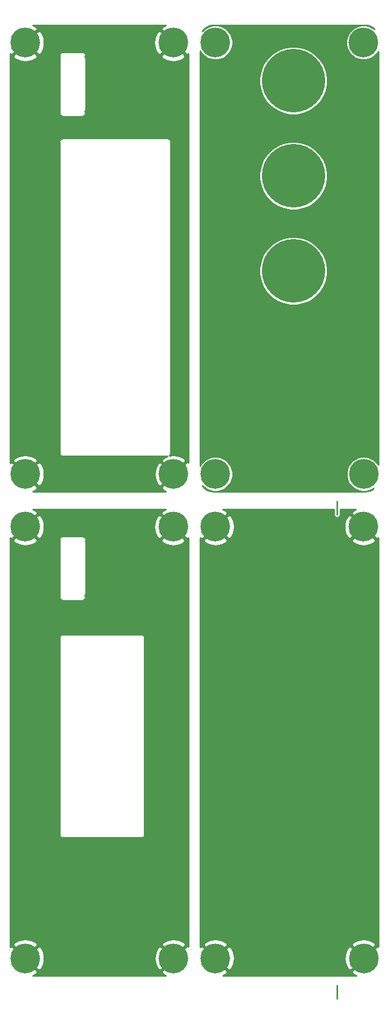
<source format=gbr>
G04 #@! TF.GenerationSoftware,KiCad,Pcbnew,(6.0.5)*
G04 #@! TF.CreationDate,2022-11-22T13:16:36+13:00*
G04 #@! TF.ProjectId,RGB-to-component-covers,5247422d-746f-42d6-936f-6d706f6e656e,rev?*
G04 #@! TF.SameCoordinates,Original*
G04 #@! TF.FileFunction,Copper,L2,Bot*
G04 #@! TF.FilePolarity,Positive*
%FSLAX46Y46*%
G04 Gerber Fmt 4.6, Leading zero omitted, Abs format (unit mm)*
G04 Created by KiCad (PCBNEW (6.0.5)) date 2022-11-22 13:16:36*
%MOMM*%
%LPD*%
G01*
G04 APERTURE LIST*
G04 #@! TA.AperFunction,ComponentPad*
%ADD10C,4.700000*%
G04 #@! TD*
G04 #@! TA.AperFunction,ViaPad*
%ADD11C,10.000000*%
G04 #@! TD*
G04 #@! TA.AperFunction,ViaPad*
%ADD12C,0.800000*%
G04 #@! TD*
G04 #@! TA.AperFunction,Conductor*
%ADD13C,0.250000*%
G04 #@! TD*
G04 #@! TA.AperFunction,Conductor*
%ADD14C,0.254000*%
G04 #@! TD*
G04 #@! TA.AperFunction,NonConductor*
%ADD15C,0.254000*%
G04 #@! TD*
G04 APERTURE END LIST*
D10*
X108800000Y-109000000D03*
X132150000Y-41000000D03*
X132200000Y-109000000D03*
X108800000Y-41000000D03*
X108800000Y-185300000D03*
X132150000Y-117300000D03*
X132200000Y-185300000D03*
X108800000Y-117300000D03*
X78800000Y-41000000D03*
X102200000Y-109000000D03*
X102150000Y-41000000D03*
X78800000Y-109000000D03*
X102200000Y-185300000D03*
X78800000Y-117300000D03*
X78800000Y-185300000D03*
X102150000Y-117300000D03*
D11*
X121100000Y-77000000D03*
X121100000Y-47000000D03*
X121100000Y-62000000D03*
D12*
X88500000Y-43300000D03*
X88500000Y-51900000D03*
X88500000Y-128200000D03*
X88600000Y-119600000D03*
D11*
X121100000Y-123300000D03*
X121100000Y-153300000D03*
X121100000Y-138300000D03*
X121100000Y-179900000D03*
X121100000Y-166900000D03*
D13*
X128000000Y-113300000D02*
X128000000Y-115400000D01*
X128000000Y-189600000D02*
X128000000Y-191700000D01*
D14*
X100491298Y-114800927D02*
X100233137Y-115203532D01*
X102150000Y-117120395D01*
X102164143Y-117106253D01*
X102343748Y-117285858D01*
X102329605Y-117300000D01*
X104246468Y-119216863D01*
X104498001Y-119055573D01*
X104498000Y-151280253D01*
X104498000Y-151280254D01*
X104498001Y-183512365D01*
X104296468Y-183383137D01*
X102379605Y-185300000D01*
X102393748Y-185314143D01*
X102214143Y-185493748D01*
X102200000Y-185479605D01*
X100283137Y-187396468D01*
X100541298Y-187799073D01*
X101010482Y-188048000D01*
X79992994Y-188048000D01*
X80458702Y-187799073D01*
X80716863Y-187396468D01*
X78800000Y-185479605D01*
X78785858Y-185493748D01*
X78606253Y-185314143D01*
X78620395Y-185300000D01*
X78979605Y-185300000D01*
X80896468Y-187216863D01*
X81299073Y-186958702D01*
X81574651Y-186439285D01*
X81743601Y-185876087D01*
X81797665Y-185309250D01*
X99200570Y-185309250D01*
X99260008Y-185894233D01*
X99432429Y-186456379D01*
X99700927Y-186958702D01*
X100103532Y-187216863D01*
X102020395Y-185300000D01*
X100103532Y-183383137D01*
X99700927Y-183641298D01*
X99425349Y-184160715D01*
X99256399Y-184723913D01*
X99200570Y-185309250D01*
X81797665Y-185309250D01*
X81799430Y-185290750D01*
X81739992Y-184705767D01*
X81567571Y-184143621D01*
X81299073Y-183641298D01*
X80896468Y-183383137D01*
X78979605Y-185300000D01*
X78620395Y-185300000D01*
X76703532Y-183383137D01*
X76402000Y-183576487D01*
X76402000Y-183203532D01*
X76883137Y-183203532D01*
X78800000Y-185120395D01*
X80716863Y-183203532D01*
X100283137Y-183203532D01*
X102200000Y-185120395D01*
X104116863Y-183203532D01*
X103858702Y-182800927D01*
X103339285Y-182525349D01*
X102776087Y-182356399D01*
X102190750Y-182300570D01*
X101605767Y-182360008D01*
X101043621Y-182532429D01*
X100541298Y-182800927D01*
X100283137Y-183203532D01*
X80716863Y-183203532D01*
X80458702Y-182800927D01*
X79939285Y-182525349D01*
X79376087Y-182356399D01*
X78790750Y-182300570D01*
X78205767Y-182360008D01*
X77643621Y-182532429D01*
X77141298Y-182800927D01*
X76883137Y-183203532D01*
X76402000Y-183203532D01*
X76402000Y-134700000D01*
X84196055Y-134700000D01*
X84198001Y-134719757D01*
X84198000Y-165880253D01*
X84196055Y-165900000D01*
X84203817Y-165978806D01*
X84226803Y-166054583D01*
X84264132Y-166124420D01*
X84314368Y-166185632D01*
X84375580Y-166235868D01*
X84445417Y-166273197D01*
X84521194Y-166296183D01*
X84600000Y-166303945D01*
X84619747Y-166302000D01*
X97180253Y-166302000D01*
X97200000Y-166303945D01*
X97219747Y-166302000D01*
X97278806Y-166296183D01*
X97354583Y-166273197D01*
X97424420Y-166235868D01*
X97485632Y-166185632D01*
X97535868Y-166124420D01*
X97573197Y-166054583D01*
X97596183Y-165978806D01*
X97603945Y-165900000D01*
X97602000Y-165880253D01*
X97602000Y-134719747D01*
X97603945Y-134700000D01*
X97596183Y-134621194D01*
X97573197Y-134545417D01*
X97535868Y-134475580D01*
X97485632Y-134414368D01*
X97424420Y-134364132D01*
X97354583Y-134326803D01*
X97278806Y-134303817D01*
X97219747Y-134298000D01*
X97200000Y-134296055D01*
X97180253Y-134298000D01*
X84619747Y-134298000D01*
X84600000Y-134296055D01*
X84580253Y-134298000D01*
X84521194Y-134303817D01*
X84445417Y-134326803D01*
X84375580Y-134364132D01*
X84314368Y-134414368D01*
X84264132Y-134475580D01*
X84226803Y-134545417D01*
X84203817Y-134621194D01*
X84196055Y-134700000D01*
X76402000Y-134700000D01*
X76402000Y-119396468D01*
X76883137Y-119396468D01*
X77141298Y-119799073D01*
X77660715Y-120074651D01*
X78223913Y-120243601D01*
X78809250Y-120299430D01*
X79394233Y-120239992D01*
X79956379Y-120067571D01*
X80458702Y-119799073D01*
X80716863Y-119396468D01*
X80620395Y-119300000D01*
X84170935Y-119300000D01*
X84173001Y-119320977D01*
X84173000Y-128379033D01*
X84170935Y-128400000D01*
X84173000Y-128420967D01*
X84173000Y-128420977D01*
X84179178Y-128483706D01*
X84203595Y-128564195D01*
X84222052Y-128598726D01*
X84243245Y-128638376D01*
X84283232Y-128687100D01*
X84296605Y-128703395D01*
X84312899Y-128716767D01*
X84383235Y-128787104D01*
X84396605Y-128803395D01*
X84412895Y-128816764D01*
X84412899Y-128816768D01*
X84461624Y-128856755D01*
X84535804Y-128896405D01*
X84616293Y-128920822D01*
X84679022Y-128927000D01*
X84679034Y-128927000D01*
X84699999Y-128929065D01*
X84720964Y-128927000D01*
X87779033Y-128927000D01*
X87800000Y-128929065D01*
X87820967Y-128927000D01*
X87820978Y-128927000D01*
X87883707Y-128920822D01*
X87964196Y-128896405D01*
X88038376Y-128856755D01*
X88103395Y-128803395D01*
X88116767Y-128787101D01*
X88187104Y-128716765D01*
X88203395Y-128703395D01*
X88216764Y-128687105D01*
X88216768Y-128687101D01*
X88256755Y-128638376D01*
X88256756Y-128638375D01*
X88296405Y-128564196D01*
X88320822Y-128483707D01*
X88327000Y-128420978D01*
X88327000Y-128420966D01*
X88329065Y-128400001D01*
X88327000Y-128379036D01*
X88327000Y-119396468D01*
X100233137Y-119396468D01*
X100491298Y-119799073D01*
X101010715Y-120074651D01*
X101573913Y-120243601D01*
X102159250Y-120299430D01*
X102744233Y-120239992D01*
X103306379Y-120067571D01*
X103808702Y-119799073D01*
X104066863Y-119396468D01*
X102150000Y-117479605D01*
X100233137Y-119396468D01*
X88327000Y-119396468D01*
X88327000Y-119320964D01*
X88329065Y-119299999D01*
X88327000Y-119279034D01*
X88327000Y-119279022D01*
X88320822Y-119216293D01*
X88296405Y-119135804D01*
X88256755Y-119061624D01*
X88235565Y-119035804D01*
X88216768Y-119012899D01*
X88216764Y-119012895D01*
X88203395Y-118996605D01*
X88187105Y-118983236D01*
X88116767Y-118912899D01*
X88103395Y-118896605D01*
X88038376Y-118843245D01*
X87964196Y-118803595D01*
X87883707Y-118779178D01*
X87820978Y-118773000D01*
X87820967Y-118773000D01*
X87800000Y-118770935D01*
X87779033Y-118773000D01*
X84720964Y-118773000D01*
X84699999Y-118770935D01*
X84679034Y-118773000D01*
X84679022Y-118773000D01*
X84616293Y-118779178D01*
X84535804Y-118803595D01*
X84461624Y-118843245D01*
X84412899Y-118883232D01*
X84412895Y-118883236D01*
X84396605Y-118896605D01*
X84383235Y-118912896D01*
X84312894Y-118983237D01*
X84296606Y-118996605D01*
X84283237Y-119012895D01*
X84283232Y-119012900D01*
X84243245Y-119061624D01*
X84214025Y-119116293D01*
X84203596Y-119135804D01*
X84184122Y-119200001D01*
X84179179Y-119216294D01*
X84170935Y-119300000D01*
X80620395Y-119300000D01*
X78800000Y-117479605D01*
X76883137Y-119396468D01*
X76402000Y-119396468D01*
X76402000Y-119023513D01*
X76703532Y-119216863D01*
X78620395Y-117300000D01*
X78979605Y-117300000D01*
X80896468Y-119216863D01*
X81299073Y-118958702D01*
X81574651Y-118439285D01*
X81743601Y-117876087D01*
X81797665Y-117309250D01*
X99150570Y-117309250D01*
X99210008Y-117894233D01*
X99382429Y-118456379D01*
X99650927Y-118958702D01*
X100053532Y-119216863D01*
X101970395Y-117300000D01*
X100053532Y-115383137D01*
X99650927Y-115641298D01*
X99375349Y-116160715D01*
X99206399Y-116723913D01*
X99150570Y-117309250D01*
X81797665Y-117309250D01*
X81799430Y-117290750D01*
X81739992Y-116705767D01*
X81567571Y-116143621D01*
X81299073Y-115641298D01*
X80896468Y-115383137D01*
X78979605Y-117300000D01*
X78620395Y-117300000D01*
X78606253Y-117285858D01*
X78785858Y-117106253D01*
X78800000Y-117120395D01*
X80716863Y-115203532D01*
X80458702Y-114800927D01*
X79989518Y-114552000D01*
X100957006Y-114552000D01*
X100491298Y-114800927D01*
X100491298Y-114800927D02*
X100957006Y-114552000D01*
G04 #@! TA.AperFunction,Conductor*
G36*
X100491298Y-114800927D02*
G01*
X100233137Y-115203532D01*
X102150000Y-117120395D01*
X102164143Y-117106253D01*
X102343748Y-117285858D01*
X102329605Y-117300000D01*
X104246468Y-119216863D01*
X104498001Y-119055573D01*
X104498000Y-151280253D01*
X104498000Y-151280254D01*
X104498001Y-183512365D01*
X104296468Y-183383137D01*
X102379605Y-185300000D01*
X102393748Y-185314143D01*
X102214143Y-185493748D01*
X102200000Y-185479605D01*
X100283137Y-187396468D01*
X100541298Y-187799073D01*
X101010482Y-188048000D01*
X79992994Y-188048000D01*
X80458702Y-187799073D01*
X80716863Y-187396468D01*
X78800000Y-185479605D01*
X78785858Y-185493748D01*
X78606253Y-185314143D01*
X78620395Y-185300000D01*
X78979605Y-185300000D01*
X80896468Y-187216863D01*
X81299073Y-186958702D01*
X81574651Y-186439285D01*
X81743601Y-185876087D01*
X81797665Y-185309250D01*
X99200570Y-185309250D01*
X99260008Y-185894233D01*
X99432429Y-186456379D01*
X99700927Y-186958702D01*
X100103532Y-187216863D01*
X102020395Y-185300000D01*
X100103532Y-183383137D01*
X99700927Y-183641298D01*
X99425349Y-184160715D01*
X99256399Y-184723913D01*
X99200570Y-185309250D01*
X81797665Y-185309250D01*
X81799430Y-185290750D01*
X81739992Y-184705767D01*
X81567571Y-184143621D01*
X81299073Y-183641298D01*
X80896468Y-183383137D01*
X78979605Y-185300000D01*
X78620395Y-185300000D01*
X76703532Y-183383137D01*
X76402000Y-183576487D01*
X76402000Y-183203532D01*
X76883137Y-183203532D01*
X78800000Y-185120395D01*
X80716863Y-183203532D01*
X100283137Y-183203532D01*
X102200000Y-185120395D01*
X104116863Y-183203532D01*
X103858702Y-182800927D01*
X103339285Y-182525349D01*
X102776087Y-182356399D01*
X102190750Y-182300570D01*
X101605767Y-182360008D01*
X101043621Y-182532429D01*
X100541298Y-182800927D01*
X100283137Y-183203532D01*
X80716863Y-183203532D01*
X80458702Y-182800927D01*
X79939285Y-182525349D01*
X79376087Y-182356399D01*
X78790750Y-182300570D01*
X78205767Y-182360008D01*
X77643621Y-182532429D01*
X77141298Y-182800927D01*
X76883137Y-183203532D01*
X76402000Y-183203532D01*
X76402000Y-134700000D01*
X84196055Y-134700000D01*
X84198001Y-134719757D01*
X84198000Y-165880253D01*
X84196055Y-165900000D01*
X84203817Y-165978806D01*
X84226803Y-166054583D01*
X84264132Y-166124420D01*
X84314368Y-166185632D01*
X84375580Y-166235868D01*
X84445417Y-166273197D01*
X84521194Y-166296183D01*
X84600000Y-166303945D01*
X84619747Y-166302000D01*
X97180253Y-166302000D01*
X97200000Y-166303945D01*
X97219747Y-166302000D01*
X97278806Y-166296183D01*
X97354583Y-166273197D01*
X97424420Y-166235868D01*
X97485632Y-166185632D01*
X97535868Y-166124420D01*
X97573197Y-166054583D01*
X97596183Y-165978806D01*
X97603945Y-165900000D01*
X97602000Y-165880253D01*
X97602000Y-134719747D01*
X97603945Y-134700000D01*
X97596183Y-134621194D01*
X97573197Y-134545417D01*
X97535868Y-134475580D01*
X97485632Y-134414368D01*
X97424420Y-134364132D01*
X97354583Y-134326803D01*
X97278806Y-134303817D01*
X97219747Y-134298000D01*
X97200000Y-134296055D01*
X97180253Y-134298000D01*
X84619747Y-134298000D01*
X84600000Y-134296055D01*
X84580253Y-134298000D01*
X84521194Y-134303817D01*
X84445417Y-134326803D01*
X84375580Y-134364132D01*
X84314368Y-134414368D01*
X84264132Y-134475580D01*
X84226803Y-134545417D01*
X84203817Y-134621194D01*
X84196055Y-134700000D01*
X76402000Y-134700000D01*
X76402000Y-119396468D01*
X76883137Y-119396468D01*
X77141298Y-119799073D01*
X77660715Y-120074651D01*
X78223913Y-120243601D01*
X78809250Y-120299430D01*
X79394233Y-120239992D01*
X79956379Y-120067571D01*
X80458702Y-119799073D01*
X80716863Y-119396468D01*
X80620395Y-119300000D01*
X84170935Y-119300000D01*
X84173001Y-119320977D01*
X84173000Y-128379033D01*
X84170935Y-128400000D01*
X84173000Y-128420967D01*
X84173000Y-128420977D01*
X84179178Y-128483706D01*
X84203595Y-128564195D01*
X84222052Y-128598726D01*
X84243245Y-128638376D01*
X84283232Y-128687100D01*
X84296605Y-128703395D01*
X84312899Y-128716767D01*
X84383235Y-128787104D01*
X84396605Y-128803395D01*
X84412895Y-128816764D01*
X84412899Y-128816768D01*
X84461624Y-128856755D01*
X84535804Y-128896405D01*
X84616293Y-128920822D01*
X84679022Y-128927000D01*
X84679034Y-128927000D01*
X84699999Y-128929065D01*
X84720964Y-128927000D01*
X87779033Y-128927000D01*
X87800000Y-128929065D01*
X87820967Y-128927000D01*
X87820978Y-128927000D01*
X87883707Y-128920822D01*
X87964196Y-128896405D01*
X88038376Y-128856755D01*
X88103395Y-128803395D01*
X88116767Y-128787101D01*
X88187104Y-128716765D01*
X88203395Y-128703395D01*
X88216764Y-128687105D01*
X88216768Y-128687101D01*
X88256755Y-128638376D01*
X88256756Y-128638375D01*
X88296405Y-128564196D01*
X88320822Y-128483707D01*
X88327000Y-128420978D01*
X88327000Y-128420966D01*
X88329065Y-128400001D01*
X88327000Y-128379036D01*
X88327000Y-119396468D01*
X100233137Y-119396468D01*
X100491298Y-119799073D01*
X101010715Y-120074651D01*
X101573913Y-120243601D01*
X102159250Y-120299430D01*
X102744233Y-120239992D01*
X103306379Y-120067571D01*
X103808702Y-119799073D01*
X104066863Y-119396468D01*
X102150000Y-117479605D01*
X100233137Y-119396468D01*
X88327000Y-119396468D01*
X88327000Y-119320964D01*
X88329065Y-119299999D01*
X88327000Y-119279034D01*
X88327000Y-119279022D01*
X88320822Y-119216293D01*
X88296405Y-119135804D01*
X88256755Y-119061624D01*
X88235565Y-119035804D01*
X88216768Y-119012899D01*
X88216764Y-119012895D01*
X88203395Y-118996605D01*
X88187105Y-118983236D01*
X88116767Y-118912899D01*
X88103395Y-118896605D01*
X88038376Y-118843245D01*
X87964196Y-118803595D01*
X87883707Y-118779178D01*
X87820978Y-118773000D01*
X87820967Y-118773000D01*
X87800000Y-118770935D01*
X87779033Y-118773000D01*
X84720964Y-118773000D01*
X84699999Y-118770935D01*
X84679034Y-118773000D01*
X84679022Y-118773000D01*
X84616293Y-118779178D01*
X84535804Y-118803595D01*
X84461624Y-118843245D01*
X84412899Y-118883232D01*
X84412895Y-118883236D01*
X84396605Y-118896605D01*
X84383235Y-118912896D01*
X84312894Y-118983237D01*
X84296606Y-118996605D01*
X84283237Y-119012895D01*
X84283232Y-119012900D01*
X84243245Y-119061624D01*
X84214025Y-119116293D01*
X84203596Y-119135804D01*
X84184122Y-119200001D01*
X84179179Y-119216294D01*
X84170935Y-119300000D01*
X80620395Y-119300000D01*
X78800000Y-117479605D01*
X76883137Y-119396468D01*
X76402000Y-119396468D01*
X76402000Y-119023513D01*
X76703532Y-119216863D01*
X78620395Y-117300000D01*
X78979605Y-117300000D01*
X80896468Y-119216863D01*
X81299073Y-118958702D01*
X81574651Y-118439285D01*
X81743601Y-117876087D01*
X81797665Y-117309250D01*
X99150570Y-117309250D01*
X99210008Y-117894233D01*
X99382429Y-118456379D01*
X99650927Y-118958702D01*
X100053532Y-119216863D01*
X101970395Y-117300000D01*
X100053532Y-115383137D01*
X99650927Y-115641298D01*
X99375349Y-116160715D01*
X99206399Y-116723913D01*
X99150570Y-117309250D01*
X81797665Y-117309250D01*
X81799430Y-117290750D01*
X81739992Y-116705767D01*
X81567571Y-116143621D01*
X81299073Y-115641298D01*
X80896468Y-115383137D01*
X78979605Y-117300000D01*
X78620395Y-117300000D01*
X78606253Y-117285858D01*
X78785858Y-117106253D01*
X78800000Y-117120395D01*
X80716863Y-115203532D01*
X80458702Y-114800927D01*
X79989518Y-114552000D01*
X100957006Y-114552000D01*
X100491298Y-114800927D01*
G37*
G04 #@! TD.AperFunction*
X100491298Y-38500927D02*
X100233137Y-38903532D01*
X102150000Y-40820395D01*
X102164143Y-40806253D01*
X102343748Y-40985858D01*
X102329605Y-41000000D01*
X104246468Y-42916863D01*
X104498001Y-42755573D01*
X104498000Y-74980253D01*
X104498000Y-74980254D01*
X104498001Y-107212365D01*
X104296468Y-107083137D01*
X102379605Y-109000000D01*
X102393748Y-109014143D01*
X102214143Y-109193748D01*
X102200000Y-109179605D01*
X100283137Y-111096468D01*
X100541298Y-111499073D01*
X101010482Y-111748000D01*
X79992994Y-111748000D01*
X80458702Y-111499073D01*
X80716863Y-111096468D01*
X78800000Y-109179605D01*
X78785858Y-109193748D01*
X78606253Y-109014143D01*
X78620395Y-109000000D01*
X78979605Y-109000000D01*
X80896468Y-110916863D01*
X81299073Y-110658702D01*
X81574651Y-110139285D01*
X81743601Y-109576087D01*
X81797665Y-109009250D01*
X99200570Y-109009250D01*
X99260008Y-109594233D01*
X99432429Y-110156379D01*
X99700927Y-110658702D01*
X100103532Y-110916863D01*
X102020395Y-109000000D01*
X100103532Y-107083137D01*
X99700927Y-107341298D01*
X99425349Y-107860715D01*
X99256399Y-108423913D01*
X99200570Y-109009250D01*
X81797665Y-109009250D01*
X81799430Y-108990750D01*
X81739992Y-108405767D01*
X81567571Y-107843621D01*
X81299073Y-107341298D01*
X80896468Y-107083137D01*
X78979605Y-109000000D01*
X78620395Y-109000000D01*
X76703532Y-107083137D01*
X76402000Y-107276487D01*
X76402000Y-106903532D01*
X76883137Y-106903532D01*
X78800000Y-108820395D01*
X80716863Y-106903532D01*
X80458702Y-106500927D01*
X79939285Y-106225349D01*
X79376087Y-106056399D01*
X78790750Y-106000570D01*
X78205767Y-106060008D01*
X77643621Y-106232429D01*
X77141298Y-106500927D01*
X76883137Y-106903532D01*
X76402000Y-106903532D01*
X76402000Y-56600000D01*
X84170935Y-56600000D01*
X84173001Y-56620977D01*
X84173000Y-105679033D01*
X84170935Y-105700000D01*
X84173000Y-105720967D01*
X84173000Y-105720977D01*
X84179178Y-105783706D01*
X84203595Y-105864195D01*
X84203596Y-105864196D01*
X84243245Y-105938376D01*
X84283232Y-105987100D01*
X84296605Y-106003395D01*
X84312900Y-106016768D01*
X84333232Y-106037100D01*
X84346605Y-106053395D01*
X84362900Y-106066768D01*
X84411624Y-106106756D01*
X84448714Y-106126580D01*
X84485804Y-106146405D01*
X84566293Y-106170822D01*
X84629022Y-106177000D01*
X84629033Y-106177000D01*
X84650000Y-106179065D01*
X84670967Y-106177000D01*
X101224337Y-106177000D01*
X101043621Y-106232429D01*
X100541298Y-106500927D01*
X100283137Y-106903532D01*
X102200000Y-108820395D01*
X104116863Y-106903532D01*
X103858702Y-106500927D01*
X103339285Y-106225349D01*
X102776087Y-106056399D01*
X102190750Y-106000570D01*
X101605767Y-106060008D01*
X101509274Y-106089604D01*
X101553395Y-106053395D01*
X101566768Y-106037100D01*
X101587100Y-106016768D01*
X101603395Y-106003395D01*
X101618027Y-105985566D01*
X101656756Y-105938376D01*
X101676580Y-105901286D01*
X101696405Y-105864196D01*
X101720822Y-105783707D01*
X101727000Y-105720978D01*
X101727000Y-105720967D01*
X101729065Y-105700000D01*
X101727000Y-105679033D01*
X101727000Y-56570967D01*
X101729065Y-56550000D01*
X101727000Y-56529033D01*
X101727000Y-56529022D01*
X101720822Y-56466293D01*
X101696405Y-56385804D01*
X101676580Y-56348714D01*
X101656756Y-56311624D01*
X101616768Y-56262900D01*
X101603395Y-56246605D01*
X101587101Y-56233233D01*
X101566768Y-56212900D01*
X101553395Y-56196605D01*
X101488376Y-56143245D01*
X101414196Y-56103595D01*
X101333707Y-56079178D01*
X101270978Y-56073000D01*
X101270967Y-56073000D01*
X101250000Y-56070935D01*
X101229033Y-56073000D01*
X84720964Y-56073000D01*
X84699999Y-56070935D01*
X84679034Y-56073000D01*
X84679022Y-56073000D01*
X84616293Y-56079178D01*
X84535804Y-56103595D01*
X84487942Y-56129178D01*
X84461624Y-56143245D01*
X84412899Y-56183232D01*
X84412895Y-56183236D01*
X84396605Y-56196605D01*
X84383235Y-56212896D01*
X84312894Y-56283237D01*
X84296606Y-56296605D01*
X84283237Y-56312895D01*
X84283232Y-56312900D01*
X84243245Y-56361624D01*
X84214025Y-56416293D01*
X84203596Y-56435804D01*
X84184122Y-56500001D01*
X84179179Y-56516294D01*
X84170935Y-56600000D01*
X76402000Y-56600000D01*
X76402000Y-43096468D01*
X76883137Y-43096468D01*
X77141298Y-43499073D01*
X77660715Y-43774651D01*
X78223913Y-43943601D01*
X78809250Y-43999430D01*
X79394233Y-43939992D01*
X79956379Y-43767571D01*
X80458702Y-43499073D01*
X80716863Y-43096468D01*
X80620395Y-43000000D01*
X84170935Y-43000000D01*
X84173001Y-43020977D01*
X84173000Y-52079033D01*
X84170935Y-52100000D01*
X84173000Y-52120967D01*
X84173000Y-52120977D01*
X84179178Y-52183706D01*
X84203595Y-52264195D01*
X84222052Y-52298726D01*
X84243245Y-52338376D01*
X84283232Y-52387100D01*
X84296605Y-52403395D01*
X84312899Y-52416767D01*
X84383235Y-52487104D01*
X84396605Y-52503395D01*
X84412895Y-52516764D01*
X84412899Y-52516768D01*
X84461624Y-52556755D01*
X84535804Y-52596405D01*
X84616293Y-52620822D01*
X84679022Y-52627000D01*
X84679034Y-52627000D01*
X84699999Y-52629065D01*
X84720964Y-52627000D01*
X87779033Y-52627000D01*
X87800000Y-52629065D01*
X87820967Y-52627000D01*
X87820978Y-52627000D01*
X87883707Y-52620822D01*
X87964196Y-52596405D01*
X88038376Y-52556755D01*
X88103395Y-52503395D01*
X88116767Y-52487101D01*
X88187104Y-52416765D01*
X88203395Y-52403395D01*
X88216764Y-52387105D01*
X88216768Y-52387101D01*
X88256755Y-52338376D01*
X88256756Y-52338375D01*
X88296405Y-52264196D01*
X88320822Y-52183707D01*
X88327000Y-52120978D01*
X88327000Y-52120966D01*
X88329065Y-52100001D01*
X88327000Y-52079036D01*
X88327000Y-43096468D01*
X100233137Y-43096468D01*
X100491298Y-43499073D01*
X101010715Y-43774651D01*
X101573913Y-43943601D01*
X102159250Y-43999430D01*
X102744233Y-43939992D01*
X103306379Y-43767571D01*
X103808702Y-43499073D01*
X104066863Y-43096468D01*
X102150000Y-41179605D01*
X100233137Y-43096468D01*
X88327000Y-43096468D01*
X88327000Y-43020964D01*
X88329065Y-42999999D01*
X88327000Y-42979034D01*
X88327000Y-42979022D01*
X88320822Y-42916293D01*
X88296405Y-42835804D01*
X88256755Y-42761624D01*
X88235565Y-42735804D01*
X88216768Y-42712899D01*
X88216764Y-42712895D01*
X88203395Y-42696605D01*
X88187105Y-42683236D01*
X88116767Y-42612899D01*
X88103395Y-42596605D01*
X88038376Y-42543245D01*
X87964196Y-42503595D01*
X87883707Y-42479178D01*
X87820978Y-42473000D01*
X87820967Y-42473000D01*
X87800000Y-42470935D01*
X87779033Y-42473000D01*
X84720964Y-42473000D01*
X84699999Y-42470935D01*
X84679034Y-42473000D01*
X84679022Y-42473000D01*
X84616293Y-42479178D01*
X84535804Y-42503595D01*
X84461624Y-42543245D01*
X84412899Y-42583232D01*
X84412895Y-42583236D01*
X84396605Y-42596605D01*
X84383235Y-42612896D01*
X84312894Y-42683237D01*
X84296606Y-42696605D01*
X84283237Y-42712895D01*
X84283232Y-42712900D01*
X84243245Y-42761624D01*
X84214025Y-42816293D01*
X84203596Y-42835804D01*
X84184122Y-42900001D01*
X84179179Y-42916294D01*
X84170935Y-43000000D01*
X80620395Y-43000000D01*
X78800000Y-41179605D01*
X76883137Y-43096468D01*
X76402000Y-43096468D01*
X76402000Y-42723513D01*
X76703532Y-42916863D01*
X78620395Y-41000000D01*
X78979605Y-41000000D01*
X80896468Y-42916863D01*
X81299073Y-42658702D01*
X81574651Y-42139285D01*
X81743601Y-41576087D01*
X81797665Y-41009250D01*
X99150570Y-41009250D01*
X99210008Y-41594233D01*
X99382429Y-42156379D01*
X99650927Y-42658702D01*
X100053532Y-42916863D01*
X101970395Y-41000000D01*
X100053532Y-39083137D01*
X99650927Y-39341298D01*
X99375349Y-39860715D01*
X99206399Y-40423913D01*
X99150570Y-41009250D01*
X81797665Y-41009250D01*
X81799430Y-40990750D01*
X81739992Y-40405767D01*
X81567571Y-39843621D01*
X81299073Y-39341298D01*
X80896468Y-39083137D01*
X78979605Y-41000000D01*
X78620395Y-41000000D01*
X78606253Y-40985858D01*
X78785858Y-40806253D01*
X78800000Y-40820395D01*
X80716863Y-38903532D01*
X80458702Y-38500927D01*
X79989518Y-38252000D01*
X100957006Y-38252000D01*
X100491298Y-38500927D01*
X100491298Y-38500927D02*
X100957006Y-38252000D01*
G04 #@! TA.AperFunction,Conductor*
G36*
X100491298Y-38500927D02*
G01*
X100233137Y-38903532D01*
X102150000Y-40820395D01*
X102164143Y-40806253D01*
X102343748Y-40985858D01*
X102329605Y-41000000D01*
X104246468Y-42916863D01*
X104498001Y-42755573D01*
X104498000Y-74980253D01*
X104498000Y-74980254D01*
X104498001Y-107212365D01*
X104296468Y-107083137D01*
X102379605Y-109000000D01*
X102393748Y-109014143D01*
X102214143Y-109193748D01*
X102200000Y-109179605D01*
X100283137Y-111096468D01*
X100541298Y-111499073D01*
X101010482Y-111748000D01*
X79992994Y-111748000D01*
X80458702Y-111499073D01*
X80716863Y-111096468D01*
X78800000Y-109179605D01*
X78785858Y-109193748D01*
X78606253Y-109014143D01*
X78620395Y-109000000D01*
X78979605Y-109000000D01*
X80896468Y-110916863D01*
X81299073Y-110658702D01*
X81574651Y-110139285D01*
X81743601Y-109576087D01*
X81797665Y-109009250D01*
X99200570Y-109009250D01*
X99260008Y-109594233D01*
X99432429Y-110156379D01*
X99700927Y-110658702D01*
X100103532Y-110916863D01*
X102020395Y-109000000D01*
X100103532Y-107083137D01*
X99700927Y-107341298D01*
X99425349Y-107860715D01*
X99256399Y-108423913D01*
X99200570Y-109009250D01*
X81797665Y-109009250D01*
X81799430Y-108990750D01*
X81739992Y-108405767D01*
X81567571Y-107843621D01*
X81299073Y-107341298D01*
X80896468Y-107083137D01*
X78979605Y-109000000D01*
X78620395Y-109000000D01*
X76703532Y-107083137D01*
X76402000Y-107276487D01*
X76402000Y-106903532D01*
X76883137Y-106903532D01*
X78800000Y-108820395D01*
X80716863Y-106903532D01*
X80458702Y-106500927D01*
X79939285Y-106225349D01*
X79376087Y-106056399D01*
X78790750Y-106000570D01*
X78205767Y-106060008D01*
X77643621Y-106232429D01*
X77141298Y-106500927D01*
X76883137Y-106903532D01*
X76402000Y-106903532D01*
X76402000Y-56600000D01*
X84170935Y-56600000D01*
X84173001Y-56620977D01*
X84173000Y-105679033D01*
X84170935Y-105700000D01*
X84173000Y-105720967D01*
X84173000Y-105720977D01*
X84179178Y-105783706D01*
X84203595Y-105864195D01*
X84203596Y-105864196D01*
X84243245Y-105938376D01*
X84283232Y-105987100D01*
X84296605Y-106003395D01*
X84312900Y-106016768D01*
X84333232Y-106037100D01*
X84346605Y-106053395D01*
X84362900Y-106066768D01*
X84411624Y-106106756D01*
X84448714Y-106126580D01*
X84485804Y-106146405D01*
X84566293Y-106170822D01*
X84629022Y-106177000D01*
X84629033Y-106177000D01*
X84650000Y-106179065D01*
X84670967Y-106177000D01*
X101224337Y-106177000D01*
X101043621Y-106232429D01*
X100541298Y-106500927D01*
X100283137Y-106903532D01*
X102200000Y-108820395D01*
X104116863Y-106903532D01*
X103858702Y-106500927D01*
X103339285Y-106225349D01*
X102776087Y-106056399D01*
X102190750Y-106000570D01*
X101605767Y-106060008D01*
X101509274Y-106089604D01*
X101553395Y-106053395D01*
X101566768Y-106037100D01*
X101587100Y-106016768D01*
X101603395Y-106003395D01*
X101618027Y-105985566D01*
X101656756Y-105938376D01*
X101676580Y-105901286D01*
X101696405Y-105864196D01*
X101720822Y-105783707D01*
X101727000Y-105720978D01*
X101727000Y-105720967D01*
X101729065Y-105700000D01*
X101727000Y-105679033D01*
X101727000Y-56570967D01*
X101729065Y-56550000D01*
X101727000Y-56529033D01*
X101727000Y-56529022D01*
X101720822Y-56466293D01*
X101696405Y-56385804D01*
X101676580Y-56348714D01*
X101656756Y-56311624D01*
X101616768Y-56262900D01*
X101603395Y-56246605D01*
X101587101Y-56233233D01*
X101566768Y-56212900D01*
X101553395Y-56196605D01*
X101488376Y-56143245D01*
X101414196Y-56103595D01*
X101333707Y-56079178D01*
X101270978Y-56073000D01*
X101270967Y-56073000D01*
X101250000Y-56070935D01*
X101229033Y-56073000D01*
X84720964Y-56073000D01*
X84699999Y-56070935D01*
X84679034Y-56073000D01*
X84679022Y-56073000D01*
X84616293Y-56079178D01*
X84535804Y-56103595D01*
X84487942Y-56129178D01*
X84461624Y-56143245D01*
X84412899Y-56183232D01*
X84412895Y-56183236D01*
X84396605Y-56196605D01*
X84383235Y-56212896D01*
X84312894Y-56283237D01*
X84296606Y-56296605D01*
X84283237Y-56312895D01*
X84283232Y-56312900D01*
X84243245Y-56361624D01*
X84214025Y-56416293D01*
X84203596Y-56435804D01*
X84184122Y-56500001D01*
X84179179Y-56516294D01*
X84170935Y-56600000D01*
X76402000Y-56600000D01*
X76402000Y-43096468D01*
X76883137Y-43096468D01*
X77141298Y-43499073D01*
X77660715Y-43774651D01*
X78223913Y-43943601D01*
X78809250Y-43999430D01*
X79394233Y-43939992D01*
X79956379Y-43767571D01*
X80458702Y-43499073D01*
X80716863Y-43096468D01*
X80620395Y-43000000D01*
X84170935Y-43000000D01*
X84173001Y-43020977D01*
X84173000Y-52079033D01*
X84170935Y-52100000D01*
X84173000Y-52120967D01*
X84173000Y-52120977D01*
X84179178Y-52183706D01*
X84203595Y-52264195D01*
X84222052Y-52298726D01*
X84243245Y-52338376D01*
X84283232Y-52387100D01*
X84296605Y-52403395D01*
X84312899Y-52416767D01*
X84383235Y-52487104D01*
X84396605Y-52503395D01*
X84412895Y-52516764D01*
X84412899Y-52516768D01*
X84461624Y-52556755D01*
X84535804Y-52596405D01*
X84616293Y-52620822D01*
X84679022Y-52627000D01*
X84679034Y-52627000D01*
X84699999Y-52629065D01*
X84720964Y-52627000D01*
X87779033Y-52627000D01*
X87800000Y-52629065D01*
X87820967Y-52627000D01*
X87820978Y-52627000D01*
X87883707Y-52620822D01*
X87964196Y-52596405D01*
X88038376Y-52556755D01*
X88103395Y-52503395D01*
X88116767Y-52487101D01*
X88187104Y-52416765D01*
X88203395Y-52403395D01*
X88216764Y-52387105D01*
X88216768Y-52387101D01*
X88256755Y-52338376D01*
X88256756Y-52338375D01*
X88296405Y-52264196D01*
X88320822Y-52183707D01*
X88327000Y-52120978D01*
X88327000Y-52120966D01*
X88329065Y-52100001D01*
X88327000Y-52079036D01*
X88327000Y-43096468D01*
X100233137Y-43096468D01*
X100491298Y-43499073D01*
X101010715Y-43774651D01*
X101573913Y-43943601D01*
X102159250Y-43999430D01*
X102744233Y-43939992D01*
X103306379Y-43767571D01*
X103808702Y-43499073D01*
X104066863Y-43096468D01*
X102150000Y-41179605D01*
X100233137Y-43096468D01*
X88327000Y-43096468D01*
X88327000Y-43020964D01*
X88329065Y-42999999D01*
X88327000Y-42979034D01*
X88327000Y-42979022D01*
X88320822Y-42916293D01*
X88296405Y-42835804D01*
X88256755Y-42761624D01*
X88235565Y-42735804D01*
X88216768Y-42712899D01*
X88216764Y-42712895D01*
X88203395Y-42696605D01*
X88187105Y-42683236D01*
X88116767Y-42612899D01*
X88103395Y-42596605D01*
X88038376Y-42543245D01*
X87964196Y-42503595D01*
X87883707Y-42479178D01*
X87820978Y-42473000D01*
X87820967Y-42473000D01*
X87800000Y-42470935D01*
X87779033Y-42473000D01*
X84720964Y-42473000D01*
X84699999Y-42470935D01*
X84679034Y-42473000D01*
X84679022Y-42473000D01*
X84616293Y-42479178D01*
X84535804Y-42503595D01*
X84461624Y-42543245D01*
X84412899Y-42583232D01*
X84412895Y-42583236D01*
X84396605Y-42596605D01*
X84383235Y-42612896D01*
X84312894Y-42683237D01*
X84296606Y-42696605D01*
X84283237Y-42712895D01*
X84283232Y-42712900D01*
X84243245Y-42761624D01*
X84214025Y-42816293D01*
X84203596Y-42835804D01*
X84184122Y-42900001D01*
X84179179Y-42916294D01*
X84170935Y-43000000D01*
X80620395Y-43000000D01*
X78800000Y-41179605D01*
X76883137Y-43096468D01*
X76402000Y-43096468D01*
X76402000Y-42723513D01*
X76703532Y-42916863D01*
X78620395Y-41000000D01*
X78979605Y-41000000D01*
X80896468Y-42916863D01*
X81299073Y-42658702D01*
X81574651Y-42139285D01*
X81743601Y-41576087D01*
X81797665Y-41009250D01*
X99150570Y-41009250D01*
X99210008Y-41594233D01*
X99382429Y-42156379D01*
X99650927Y-42658702D01*
X100053532Y-42916863D01*
X101970395Y-41000000D01*
X100053532Y-39083137D01*
X99650927Y-39341298D01*
X99375349Y-39860715D01*
X99206399Y-40423913D01*
X99150570Y-41009250D01*
X81797665Y-41009250D01*
X81799430Y-40990750D01*
X81739992Y-40405767D01*
X81567571Y-39843621D01*
X81299073Y-39341298D01*
X80896468Y-39083137D01*
X78979605Y-41000000D01*
X78620395Y-41000000D01*
X78606253Y-40985858D01*
X78785858Y-40806253D01*
X78800000Y-40820395D01*
X80716863Y-38903532D01*
X80458702Y-38500927D01*
X79989518Y-38252000D01*
X100957006Y-38252000D01*
X100491298Y-38500927D01*
G37*
G04 #@! TD.AperFunction*
D15*
X132807129Y-38293847D02*
X133198748Y-38412084D01*
X133559947Y-38604136D01*
X133876963Y-38862687D01*
X133913920Y-38907360D01*
X133888361Y-38881801D01*
X133441719Y-38583364D01*
X132945437Y-38377797D01*
X132418586Y-38273000D01*
X131881414Y-38273000D01*
X131354563Y-38377797D01*
X130858281Y-38583364D01*
X130411639Y-38881801D01*
X130031801Y-39261639D01*
X129733364Y-39708281D01*
X129527797Y-40204563D01*
X129423000Y-40731414D01*
X129423000Y-41268586D01*
X129527797Y-41795437D01*
X129733364Y-42291719D01*
X130031801Y-42738361D01*
X130411639Y-43118199D01*
X130858281Y-43416636D01*
X131354563Y-43622203D01*
X131881414Y-43727000D01*
X132418586Y-43727000D01*
X132945437Y-43622203D01*
X133441719Y-43416636D01*
X133888361Y-43118199D01*
X134268199Y-42738361D01*
X134498001Y-42394439D01*
X134498000Y-74980253D01*
X134498000Y-74980254D01*
X134498001Y-107530731D01*
X134318199Y-107261639D01*
X133938361Y-106881801D01*
X133491719Y-106583364D01*
X132995437Y-106377797D01*
X132468586Y-106273000D01*
X131931414Y-106273000D01*
X131404563Y-106377797D01*
X130908281Y-106583364D01*
X130461639Y-106881801D01*
X130081801Y-107261639D01*
X129783364Y-107708281D01*
X129577797Y-108204563D01*
X129473000Y-108731414D01*
X129473000Y-109268586D01*
X129577797Y-109795437D01*
X129783364Y-110291719D01*
X130081801Y-110738361D01*
X130461639Y-111118199D01*
X130908281Y-111416636D01*
X131404563Y-111622203D01*
X131931414Y-111727000D01*
X132468586Y-111727000D01*
X132995437Y-111622203D01*
X133491719Y-111416636D01*
X133728001Y-111258757D01*
X133572109Y-111387722D01*
X133212260Y-111582292D01*
X132821475Y-111703260D01*
X132395803Y-111748000D01*
X108519657Y-111748000D01*
X108092874Y-111706154D01*
X107701252Y-111587916D01*
X107340052Y-111395863D01*
X107023035Y-111137311D01*
X106762278Y-110822109D01*
X106758427Y-110814987D01*
X107061639Y-111118199D01*
X107508281Y-111416636D01*
X108004563Y-111622203D01*
X108531414Y-111727000D01*
X109068586Y-111727000D01*
X109595437Y-111622203D01*
X110091719Y-111416636D01*
X110538361Y-111118199D01*
X110918199Y-110738361D01*
X111216636Y-110291719D01*
X111422203Y-109795437D01*
X111527000Y-109268586D01*
X111527000Y-108731414D01*
X111422203Y-108204563D01*
X111216636Y-107708281D01*
X110918199Y-107261639D01*
X110538361Y-106881801D01*
X110091719Y-106583364D01*
X109595437Y-106377797D01*
X109068586Y-106273000D01*
X108531414Y-106273000D01*
X108004563Y-106377797D01*
X107508281Y-106583364D01*
X107061639Y-106881801D01*
X106681801Y-107261639D01*
X106402000Y-107680390D01*
X106402000Y-76470412D01*
X115723000Y-76470412D01*
X115723000Y-77529588D01*
X115929635Y-78568413D01*
X116334964Y-79546965D01*
X116923411Y-80427638D01*
X117672362Y-81176589D01*
X118553035Y-81765036D01*
X119531587Y-82170365D01*
X120570412Y-82377000D01*
X121629588Y-82377000D01*
X122668413Y-82170365D01*
X123646965Y-81765036D01*
X124527638Y-81176589D01*
X125276589Y-80427638D01*
X125865036Y-79546965D01*
X126270365Y-78568413D01*
X126477000Y-77529588D01*
X126477000Y-76470412D01*
X126270365Y-75431587D01*
X125865036Y-74453035D01*
X125276589Y-73572362D01*
X124527638Y-72823411D01*
X123646965Y-72234964D01*
X122668413Y-71829635D01*
X121629588Y-71623000D01*
X120570412Y-71623000D01*
X119531587Y-71829635D01*
X118553035Y-72234964D01*
X117672362Y-72823411D01*
X116923411Y-73572362D01*
X116334964Y-74453035D01*
X115929635Y-75431587D01*
X115723000Y-76470412D01*
X106402000Y-76470412D01*
X106402000Y-61470412D01*
X115723000Y-61470412D01*
X115723000Y-62529588D01*
X115929635Y-63568413D01*
X116334964Y-64546965D01*
X116923411Y-65427638D01*
X117672362Y-66176589D01*
X118553035Y-66765036D01*
X119531587Y-67170365D01*
X120570412Y-67377000D01*
X121629588Y-67377000D01*
X122668413Y-67170365D01*
X123646965Y-66765036D01*
X124527638Y-66176589D01*
X125276589Y-65427638D01*
X125865036Y-64546965D01*
X126270365Y-63568413D01*
X126477000Y-62529588D01*
X126477000Y-61470412D01*
X126270365Y-60431587D01*
X125865036Y-59453035D01*
X125276589Y-58572362D01*
X124527638Y-57823411D01*
X123646965Y-57234964D01*
X122668413Y-56829635D01*
X121629588Y-56623000D01*
X120570412Y-56623000D01*
X119531587Y-56829635D01*
X118553035Y-57234964D01*
X117672362Y-57823411D01*
X116923411Y-58572362D01*
X116334964Y-59453035D01*
X115929635Y-60431587D01*
X115723000Y-61470412D01*
X106402000Y-61470412D01*
X106402000Y-46470412D01*
X115723000Y-46470412D01*
X115723000Y-47529588D01*
X115929635Y-48568413D01*
X116334964Y-49546965D01*
X116923411Y-50427638D01*
X117672362Y-51176589D01*
X118553035Y-51765036D01*
X119531587Y-52170365D01*
X120570412Y-52377000D01*
X121629588Y-52377000D01*
X122668413Y-52170365D01*
X123646965Y-51765036D01*
X124527638Y-51176589D01*
X125276589Y-50427638D01*
X125865036Y-49546965D01*
X126270365Y-48568413D01*
X126477000Y-47529588D01*
X126477000Y-46470412D01*
X126270365Y-45431587D01*
X125865036Y-44453035D01*
X125276589Y-43572362D01*
X124527638Y-42823411D01*
X123646965Y-42234964D01*
X122668413Y-41829635D01*
X121629588Y-41623000D01*
X120570412Y-41623000D01*
X119531587Y-41829635D01*
X118553035Y-42234964D01*
X117672362Y-42823411D01*
X116923411Y-43572362D01*
X116334964Y-44453035D01*
X115929635Y-45431587D01*
X115723000Y-46470412D01*
X106402000Y-46470412D01*
X106402000Y-42319610D01*
X106681801Y-42738361D01*
X107061639Y-43118199D01*
X107508281Y-43416636D01*
X108004563Y-43622203D01*
X108531414Y-43727000D01*
X109068586Y-43727000D01*
X109595437Y-43622203D01*
X110091719Y-43416636D01*
X110538361Y-43118199D01*
X110918199Y-42738361D01*
X111216636Y-42291719D01*
X111422203Y-41795437D01*
X111527000Y-41268586D01*
X111527000Y-40731414D01*
X111422203Y-40204563D01*
X111216636Y-39708281D01*
X110918199Y-39261639D01*
X110538361Y-38881801D01*
X110091719Y-38583364D01*
X109595437Y-38377797D01*
X109068586Y-38273000D01*
X108531414Y-38273000D01*
X108004563Y-38377797D01*
X107508281Y-38583364D01*
X107061639Y-38881801D01*
X106757448Y-39185992D01*
X107012687Y-38873037D01*
X107327888Y-38612279D01*
X107687741Y-38417708D01*
X108078525Y-38296740D01*
X108504198Y-38252000D01*
X132380344Y-38252000D01*
X132807129Y-38293847D01*
X132807129Y-38293847D02*
X132380344Y-38252000D01*
G04 #@! TA.AperFunction,NonConductor*
G36*
X132807129Y-38293847D02*
G01*
X133198748Y-38412084D01*
X133559947Y-38604136D01*
X133876963Y-38862687D01*
X133913920Y-38907360D01*
X133888361Y-38881801D01*
X133441719Y-38583364D01*
X132945437Y-38377797D01*
X132418586Y-38273000D01*
X131881414Y-38273000D01*
X131354563Y-38377797D01*
X130858281Y-38583364D01*
X130411639Y-38881801D01*
X130031801Y-39261639D01*
X129733364Y-39708281D01*
X129527797Y-40204563D01*
X129423000Y-40731414D01*
X129423000Y-41268586D01*
X129527797Y-41795437D01*
X129733364Y-42291719D01*
X130031801Y-42738361D01*
X130411639Y-43118199D01*
X130858281Y-43416636D01*
X131354563Y-43622203D01*
X131881414Y-43727000D01*
X132418586Y-43727000D01*
X132945437Y-43622203D01*
X133441719Y-43416636D01*
X133888361Y-43118199D01*
X134268199Y-42738361D01*
X134498001Y-42394439D01*
X134498000Y-74980253D01*
X134498000Y-74980254D01*
X134498001Y-107530731D01*
X134318199Y-107261639D01*
X133938361Y-106881801D01*
X133491719Y-106583364D01*
X132995437Y-106377797D01*
X132468586Y-106273000D01*
X131931414Y-106273000D01*
X131404563Y-106377797D01*
X130908281Y-106583364D01*
X130461639Y-106881801D01*
X130081801Y-107261639D01*
X129783364Y-107708281D01*
X129577797Y-108204563D01*
X129473000Y-108731414D01*
X129473000Y-109268586D01*
X129577797Y-109795437D01*
X129783364Y-110291719D01*
X130081801Y-110738361D01*
X130461639Y-111118199D01*
X130908281Y-111416636D01*
X131404563Y-111622203D01*
X131931414Y-111727000D01*
X132468586Y-111727000D01*
X132995437Y-111622203D01*
X133491719Y-111416636D01*
X133728001Y-111258757D01*
X133572109Y-111387722D01*
X133212260Y-111582292D01*
X132821475Y-111703260D01*
X132395803Y-111748000D01*
X108519657Y-111748000D01*
X108092874Y-111706154D01*
X107701252Y-111587916D01*
X107340052Y-111395863D01*
X107023035Y-111137311D01*
X106762278Y-110822109D01*
X106758427Y-110814987D01*
X107061639Y-111118199D01*
X107508281Y-111416636D01*
X108004563Y-111622203D01*
X108531414Y-111727000D01*
X109068586Y-111727000D01*
X109595437Y-111622203D01*
X110091719Y-111416636D01*
X110538361Y-111118199D01*
X110918199Y-110738361D01*
X111216636Y-110291719D01*
X111422203Y-109795437D01*
X111527000Y-109268586D01*
X111527000Y-108731414D01*
X111422203Y-108204563D01*
X111216636Y-107708281D01*
X110918199Y-107261639D01*
X110538361Y-106881801D01*
X110091719Y-106583364D01*
X109595437Y-106377797D01*
X109068586Y-106273000D01*
X108531414Y-106273000D01*
X108004563Y-106377797D01*
X107508281Y-106583364D01*
X107061639Y-106881801D01*
X106681801Y-107261639D01*
X106402000Y-107680390D01*
X106402000Y-76470412D01*
X115723000Y-76470412D01*
X115723000Y-77529588D01*
X115929635Y-78568413D01*
X116334964Y-79546965D01*
X116923411Y-80427638D01*
X117672362Y-81176589D01*
X118553035Y-81765036D01*
X119531587Y-82170365D01*
X120570412Y-82377000D01*
X121629588Y-82377000D01*
X122668413Y-82170365D01*
X123646965Y-81765036D01*
X124527638Y-81176589D01*
X125276589Y-80427638D01*
X125865036Y-79546965D01*
X126270365Y-78568413D01*
X126477000Y-77529588D01*
X126477000Y-76470412D01*
X126270365Y-75431587D01*
X125865036Y-74453035D01*
X125276589Y-73572362D01*
X124527638Y-72823411D01*
X123646965Y-72234964D01*
X122668413Y-71829635D01*
X121629588Y-71623000D01*
X120570412Y-71623000D01*
X119531587Y-71829635D01*
X118553035Y-72234964D01*
X117672362Y-72823411D01*
X116923411Y-73572362D01*
X116334964Y-74453035D01*
X115929635Y-75431587D01*
X115723000Y-76470412D01*
X106402000Y-76470412D01*
X106402000Y-61470412D01*
X115723000Y-61470412D01*
X115723000Y-62529588D01*
X115929635Y-63568413D01*
X116334964Y-64546965D01*
X116923411Y-65427638D01*
X117672362Y-66176589D01*
X118553035Y-66765036D01*
X119531587Y-67170365D01*
X120570412Y-67377000D01*
X121629588Y-67377000D01*
X122668413Y-67170365D01*
X123646965Y-66765036D01*
X124527638Y-66176589D01*
X125276589Y-65427638D01*
X125865036Y-64546965D01*
X126270365Y-63568413D01*
X126477000Y-62529588D01*
X126477000Y-61470412D01*
X126270365Y-60431587D01*
X125865036Y-59453035D01*
X125276589Y-58572362D01*
X124527638Y-57823411D01*
X123646965Y-57234964D01*
X122668413Y-56829635D01*
X121629588Y-56623000D01*
X120570412Y-56623000D01*
X119531587Y-56829635D01*
X118553035Y-57234964D01*
X117672362Y-57823411D01*
X116923411Y-58572362D01*
X116334964Y-59453035D01*
X115929635Y-60431587D01*
X115723000Y-61470412D01*
X106402000Y-61470412D01*
X106402000Y-46470412D01*
X115723000Y-46470412D01*
X115723000Y-47529588D01*
X115929635Y-48568413D01*
X116334964Y-49546965D01*
X116923411Y-50427638D01*
X117672362Y-51176589D01*
X118553035Y-51765036D01*
X119531587Y-52170365D01*
X120570412Y-52377000D01*
X121629588Y-52377000D01*
X122668413Y-52170365D01*
X123646965Y-51765036D01*
X124527638Y-51176589D01*
X125276589Y-50427638D01*
X125865036Y-49546965D01*
X126270365Y-48568413D01*
X126477000Y-47529588D01*
X126477000Y-46470412D01*
X126270365Y-45431587D01*
X125865036Y-44453035D01*
X125276589Y-43572362D01*
X124527638Y-42823411D01*
X123646965Y-42234964D01*
X122668413Y-41829635D01*
X121629588Y-41623000D01*
X120570412Y-41623000D01*
X119531587Y-41829635D01*
X118553035Y-42234964D01*
X117672362Y-42823411D01*
X116923411Y-43572362D01*
X116334964Y-44453035D01*
X115929635Y-45431587D01*
X115723000Y-46470412D01*
X106402000Y-46470412D01*
X106402000Y-42319610D01*
X106681801Y-42738361D01*
X107061639Y-43118199D01*
X107508281Y-43416636D01*
X108004563Y-43622203D01*
X108531414Y-43727000D01*
X109068586Y-43727000D01*
X109595437Y-43622203D01*
X110091719Y-43416636D01*
X110538361Y-43118199D01*
X110918199Y-42738361D01*
X111216636Y-42291719D01*
X111422203Y-41795437D01*
X111527000Y-41268586D01*
X111527000Y-40731414D01*
X111422203Y-40204563D01*
X111216636Y-39708281D01*
X110918199Y-39261639D01*
X110538361Y-38881801D01*
X110091719Y-38583364D01*
X109595437Y-38377797D01*
X109068586Y-38273000D01*
X108531414Y-38273000D01*
X108004563Y-38377797D01*
X107508281Y-38583364D01*
X107061639Y-38881801D01*
X106757448Y-39185992D01*
X107012687Y-38873037D01*
X107327888Y-38612279D01*
X107687741Y-38417708D01*
X108078525Y-38296740D01*
X108504198Y-38252000D01*
X132380344Y-38252000D01*
X132807129Y-38293847D01*
G37*
G04 #@! TD.AperFunction*
D14*
X127498001Y-115424653D02*
X127505265Y-115498409D01*
X127533970Y-115593036D01*
X127580584Y-115680245D01*
X127643317Y-115756684D01*
X127719756Y-115819417D01*
X127806965Y-115866031D01*
X127901592Y-115894736D01*
X128000000Y-115904428D01*
X128098409Y-115894736D01*
X128193036Y-115866031D01*
X128280245Y-115819417D01*
X128356684Y-115756684D01*
X128419417Y-115680245D01*
X128466031Y-115593036D01*
X128494736Y-115498409D01*
X128502000Y-115424653D01*
X128502000Y-114552000D01*
X130957006Y-114552000D01*
X130491298Y-114800927D01*
X130233137Y-115203532D01*
X132150000Y-117120395D01*
X132164143Y-117106253D01*
X132343748Y-117285858D01*
X132329605Y-117300000D01*
X134246468Y-119216863D01*
X134498001Y-119055573D01*
X134498000Y-151280253D01*
X134498000Y-151280254D01*
X134498001Y-183512365D01*
X134296468Y-183383137D01*
X132379605Y-185300000D01*
X132393748Y-185314143D01*
X132214143Y-185493748D01*
X132200000Y-185479605D01*
X130283137Y-187396468D01*
X130541298Y-187799073D01*
X131010482Y-188048000D01*
X109992994Y-188048000D01*
X110458702Y-187799073D01*
X110716863Y-187396468D01*
X108800000Y-185479605D01*
X108785858Y-185493748D01*
X108606253Y-185314143D01*
X108620395Y-185300000D01*
X108979605Y-185300000D01*
X110896468Y-187216863D01*
X111299073Y-186958702D01*
X111574651Y-186439285D01*
X111743601Y-185876087D01*
X111797665Y-185309250D01*
X129200570Y-185309250D01*
X129260008Y-185894233D01*
X129432429Y-186456379D01*
X129700927Y-186958702D01*
X130103532Y-187216863D01*
X132020395Y-185300000D01*
X130103532Y-183383137D01*
X129700927Y-183641298D01*
X129425349Y-184160715D01*
X129256399Y-184723913D01*
X129200570Y-185309250D01*
X111797665Y-185309250D01*
X111799430Y-185290750D01*
X111739992Y-184705767D01*
X111567571Y-184143621D01*
X111299073Y-183641298D01*
X110896468Y-183383137D01*
X108979605Y-185300000D01*
X108620395Y-185300000D01*
X106703532Y-183383137D01*
X106402000Y-183576487D01*
X106402000Y-183203532D01*
X106883137Y-183203532D01*
X108800000Y-185120395D01*
X110716863Y-183203532D01*
X130283137Y-183203532D01*
X132200000Y-185120395D01*
X134116863Y-183203532D01*
X133858702Y-182800927D01*
X133339285Y-182525349D01*
X132776087Y-182356399D01*
X132190750Y-182300570D01*
X131605767Y-182360008D01*
X131043621Y-182532429D01*
X130541298Y-182800927D01*
X130283137Y-183203532D01*
X110716863Y-183203532D01*
X110458702Y-182800927D01*
X109939285Y-182525349D01*
X109376087Y-182356399D01*
X108790750Y-182300570D01*
X108205767Y-182360008D01*
X107643621Y-182532429D01*
X107141298Y-182800927D01*
X106883137Y-183203532D01*
X106402000Y-183203532D01*
X106402000Y-119396468D01*
X106883137Y-119396468D01*
X107141298Y-119799073D01*
X107660715Y-120074651D01*
X108223913Y-120243601D01*
X108809250Y-120299430D01*
X109394233Y-120239992D01*
X109956379Y-120067571D01*
X110458702Y-119799073D01*
X110716863Y-119396468D01*
X130233137Y-119396468D01*
X130491298Y-119799073D01*
X131010715Y-120074651D01*
X131573913Y-120243601D01*
X132159250Y-120299430D01*
X132744233Y-120239992D01*
X133306379Y-120067571D01*
X133808702Y-119799073D01*
X134066863Y-119396468D01*
X132150000Y-117479605D01*
X130233137Y-119396468D01*
X110716863Y-119396468D01*
X108800000Y-117479605D01*
X106883137Y-119396468D01*
X106402000Y-119396468D01*
X106402000Y-119023513D01*
X106703532Y-119216863D01*
X108620395Y-117300000D01*
X108979605Y-117300000D01*
X110896468Y-119216863D01*
X111299073Y-118958702D01*
X111574651Y-118439285D01*
X111743601Y-117876087D01*
X111797665Y-117309250D01*
X129150570Y-117309250D01*
X129210008Y-117894233D01*
X129382429Y-118456379D01*
X129650927Y-118958702D01*
X130053532Y-119216863D01*
X131970395Y-117300000D01*
X130053532Y-115383137D01*
X129650927Y-115641298D01*
X129375349Y-116160715D01*
X129206399Y-116723913D01*
X129150570Y-117309250D01*
X111797665Y-117309250D01*
X111799430Y-117290750D01*
X111739992Y-116705767D01*
X111567571Y-116143621D01*
X111299073Y-115641298D01*
X110896468Y-115383137D01*
X108979605Y-117300000D01*
X108620395Y-117300000D01*
X108606253Y-117285858D01*
X108785858Y-117106253D01*
X108800000Y-117120395D01*
X110716863Y-115203532D01*
X110458702Y-114800927D01*
X109989518Y-114552000D01*
X127498001Y-114552000D01*
X127498001Y-115424653D01*
X127498001Y-115424653D02*
X127498001Y-114552000D01*
G04 #@! TA.AperFunction,Conductor*
G36*
X127498001Y-115424653D02*
G01*
X127505265Y-115498409D01*
X127533970Y-115593036D01*
X127580584Y-115680245D01*
X127643317Y-115756684D01*
X127719756Y-115819417D01*
X127806965Y-115866031D01*
X127901592Y-115894736D01*
X128000000Y-115904428D01*
X128098409Y-115894736D01*
X128193036Y-115866031D01*
X128280245Y-115819417D01*
X128356684Y-115756684D01*
X128419417Y-115680245D01*
X128466031Y-115593036D01*
X128494736Y-115498409D01*
X128502000Y-115424653D01*
X128502000Y-114552000D01*
X130957006Y-114552000D01*
X130491298Y-114800927D01*
X130233137Y-115203532D01*
X132150000Y-117120395D01*
X132164143Y-117106253D01*
X132343748Y-117285858D01*
X132329605Y-117300000D01*
X134246468Y-119216863D01*
X134498001Y-119055573D01*
X134498000Y-151280253D01*
X134498000Y-151280254D01*
X134498001Y-183512365D01*
X134296468Y-183383137D01*
X132379605Y-185300000D01*
X132393748Y-185314143D01*
X132214143Y-185493748D01*
X132200000Y-185479605D01*
X130283137Y-187396468D01*
X130541298Y-187799073D01*
X131010482Y-188048000D01*
X109992994Y-188048000D01*
X110458702Y-187799073D01*
X110716863Y-187396468D01*
X108800000Y-185479605D01*
X108785858Y-185493748D01*
X108606253Y-185314143D01*
X108620395Y-185300000D01*
X108979605Y-185300000D01*
X110896468Y-187216863D01*
X111299073Y-186958702D01*
X111574651Y-186439285D01*
X111743601Y-185876087D01*
X111797665Y-185309250D01*
X129200570Y-185309250D01*
X129260008Y-185894233D01*
X129432429Y-186456379D01*
X129700927Y-186958702D01*
X130103532Y-187216863D01*
X132020395Y-185300000D01*
X130103532Y-183383137D01*
X129700927Y-183641298D01*
X129425349Y-184160715D01*
X129256399Y-184723913D01*
X129200570Y-185309250D01*
X111797665Y-185309250D01*
X111799430Y-185290750D01*
X111739992Y-184705767D01*
X111567571Y-184143621D01*
X111299073Y-183641298D01*
X110896468Y-183383137D01*
X108979605Y-185300000D01*
X108620395Y-185300000D01*
X106703532Y-183383137D01*
X106402000Y-183576487D01*
X106402000Y-183203532D01*
X106883137Y-183203532D01*
X108800000Y-185120395D01*
X110716863Y-183203532D01*
X130283137Y-183203532D01*
X132200000Y-185120395D01*
X134116863Y-183203532D01*
X133858702Y-182800927D01*
X133339285Y-182525349D01*
X132776087Y-182356399D01*
X132190750Y-182300570D01*
X131605767Y-182360008D01*
X131043621Y-182532429D01*
X130541298Y-182800927D01*
X130283137Y-183203532D01*
X110716863Y-183203532D01*
X110458702Y-182800927D01*
X109939285Y-182525349D01*
X109376087Y-182356399D01*
X108790750Y-182300570D01*
X108205767Y-182360008D01*
X107643621Y-182532429D01*
X107141298Y-182800927D01*
X106883137Y-183203532D01*
X106402000Y-183203532D01*
X106402000Y-119396468D01*
X106883137Y-119396468D01*
X107141298Y-119799073D01*
X107660715Y-120074651D01*
X108223913Y-120243601D01*
X108809250Y-120299430D01*
X109394233Y-120239992D01*
X109956379Y-120067571D01*
X110458702Y-119799073D01*
X110716863Y-119396468D01*
X130233137Y-119396468D01*
X130491298Y-119799073D01*
X131010715Y-120074651D01*
X131573913Y-120243601D01*
X132159250Y-120299430D01*
X132744233Y-120239992D01*
X133306379Y-120067571D01*
X133808702Y-119799073D01*
X134066863Y-119396468D01*
X132150000Y-117479605D01*
X130233137Y-119396468D01*
X110716863Y-119396468D01*
X108800000Y-117479605D01*
X106883137Y-119396468D01*
X106402000Y-119396468D01*
X106402000Y-119023513D01*
X106703532Y-119216863D01*
X108620395Y-117300000D01*
X108979605Y-117300000D01*
X110896468Y-119216863D01*
X111299073Y-118958702D01*
X111574651Y-118439285D01*
X111743601Y-117876087D01*
X111797665Y-117309250D01*
X129150570Y-117309250D01*
X129210008Y-117894233D01*
X129382429Y-118456379D01*
X129650927Y-118958702D01*
X130053532Y-119216863D01*
X131970395Y-117300000D01*
X130053532Y-115383137D01*
X129650927Y-115641298D01*
X129375349Y-116160715D01*
X129206399Y-116723913D01*
X129150570Y-117309250D01*
X111797665Y-117309250D01*
X111799430Y-117290750D01*
X111739992Y-116705767D01*
X111567571Y-116143621D01*
X111299073Y-115641298D01*
X110896468Y-115383137D01*
X108979605Y-117300000D01*
X108620395Y-117300000D01*
X108606253Y-117285858D01*
X108785858Y-117106253D01*
X108800000Y-117120395D01*
X110716863Y-115203532D01*
X110458702Y-114800927D01*
X109989518Y-114552000D01*
X127498001Y-114552000D01*
X127498001Y-115424653D01*
G37*
G04 #@! TD.AperFunction*
M02*

</source>
